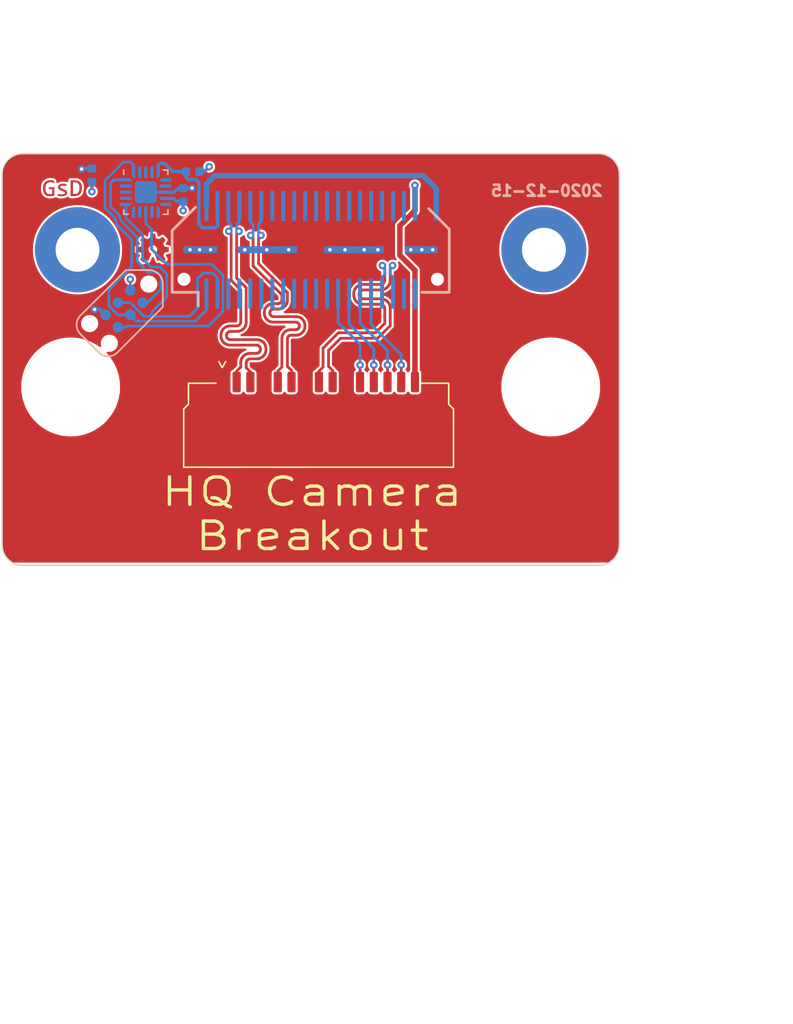
<source format=kicad_pcb>
(kicad_pcb (version 20221018) (generator pcbnew)
  (title_block (title "HQ Camera Breakout") (date "2020-12-15") (rev "r1.0") (comment 1 "SYZYGY Pod"))
  (layers (0 "F.Cu" signal) (1 "In1.Cu" power) (2 "In2.Cu" signal) (31 "B.Cu" signal) (34 "B.Paste" user) (35 "F.Paste" user) (36 "B.SilkS" user "B.Silkscreen") (37 "F.SilkS" user "F.Silkscreen") (38 "B.Mask" user) (39 "F.Mask" user) (44 "Edge.Cuts" user))
  (net 0 "")
  (net 1 "GND")
  (net 2 "+3V3")
  (net 3 "/Peripheral MCU/MISO")
  (net 4 "/Peripheral MCU/~{RESET}")
  (net 5 "/SCL")
  (net 6 "/SDA")
  (net 7 "/RGA")
  (net 8 "no_connect_51")
  (net 9 "/CAM_SCL")
  (net 10 "/CAM_SDA")
  (net 11 "Net-(J1-Pad30)")
  (net 12 "+5V")
  (net 13 "Net-(J1-Pad32)")
  (net 14 "no_connect_52")
  (net 15 "no_connect_53")
  (net 16 "Net-(J1-Pad5)")
  (net 17 "Net-(J1-Pad7)")
  (net 18 "Net-(J1-Pad9)")
  (net 19 "Net-(J1-Pad11)")
  (net 20 "Net-(J1-Pad13)")
  (net 21 "Net-(J1-Pad15)")
  (net 22 "Net-(J1-Pad17)")
  (net 23 "Net-(J1-Pad19)")
  (net 24 "Net-(J1-Pad21)")
  (net 25 "Net-(J1-Pad22)")
  (net 26 "Net-(J1-Pad23)")
  (net 27 "Net-(J1-Pad24)")
  (net 28 "Net-(J1-Pad26)")
  (net 29 "Net-(J1-Pad28)")
  (net 30 "/CSI_D0_N")
  (net 31 "/CSI_D0_P")
  (net 32 "/CSI_D1_N")
  (net 33 "/CSI_D1_P")
  (net 34 "Net-(J1-Pad14)")
  (net 35 "Net-(J1-Pad16)")
  (net 36 "Net-(U2-Pad2)")
  (net 37 "Net-(U2-Pad3)")
  (net 38 "Net-(U2-Pad4)")
  (net 39 "Net-(U2-Pad11)")
  (net 40 "Net-(U2-Pad12)")
  (net 41 "Net-(U2-Pad14)")
  (net 42 "Net-(U2-Pad15)")
  (net 43 "Net-(J1-Pad37)")
  (net 44 "Net-(J1-Pad38)")
  (net 45 "/VCCIO")
  (net 46 "Net-(J1-Pad18)")
  (net 47 "Net-(J1-Pad20)")
  (net 48 "/CSI_CLK_N")
  (net 49 "Net-(J1-Pad34)")
  (net 50 "/CSI_CLK_P")
  (net 51 "Net-(J1-Pad36)")
  (net 52 "/GPIO")
  (net 53 "/ENABLE")
  (net 54 "no_connect_54")
  (net 55 "no_connect_55")
  (net 56 "no_connect_56")
  (footprint "MountingHole:MountingHole_3.2mm_M3_DIN965" (layer "F.Cu") (at 147.5 98.2 90)
    (fp_text reference "H2" hide)
    (fp_text value "MountingHole" hide)
  )
  (footprint "MountingHole:MountingHole_3.2mm_M3_DIN965" (layer "F.Cu") (at 112.5 98.2 90)
    (fp_text reference "H1" hide)
    (fp_text value "MountingHole" hide)
  )
  (footprint "gkl_logos:gsd_logo_small" (layer "F.Cu") (at 111.9 83.8)
    (fp_text reference "G***" hide)
    (fp_text value "LOGO" hide)
  )
  (footprint "gsd-footprints:FCI_SFW15R-1STE1LF_1x15-1MP_P1.00mm_Horizontal" (layer "F.Cu") (at 130.6 98.75)
    (fp_text reference "J7" hide)
    (fp_text value "Conn_01x15_MountingPin" hide)
  )
  (footprint "Connector_PinHeader_1.00mm:PinHeader_1x01_P1.00mm_Vertical" (layer "F.Cu") (at 146.56 142.81)
    (fp_text reference "" hide)
    (fp_text value "" hide)
  )
  (footprint "gkl_logos:oshw_small" (layer "F.Cu") (at 118.5 88.1)
    (fp_text reference "G***" hide)
    (fp_text value "LOGO" hide)
  )
  (footprint "gsd-footprints:SYZYGY-STD-POD" (layer "B.Cu") (at 130 88.2 180)
    (fp_text reference "J1" hide)
    (fp_text value "SYZYGY-STD" hide)
  )
  (footprint "Package_DFN_QFN:QFN-20-1EP_3x3mm_P0.45mm_EP1.6x1.6mm" (layer "B.Cu") (at 117.979 84 -90)
    (fp_text reference "U2" hide)
    (fp_text value "ATtiny44A-MMH" hide)
  )
  (footprint "Resistor_SMD:R_0402_1005Metric" (layer "B.Cu") (at 121.4 82.5 180)
    (fp_text reference "R15" hide)
    (fp_text value "10K" hide)
  )
  (footprint "Capacitor_SMD:C_0402_1005Metric" (layer "B.Cu") (at 120.7 84.2 90)
    (fp_text reference "C9" hide)
    (fp_text value "0.1uF" hide)
  )
  (footprint "Capacitor_SMD:C_0402_1005Metric" (layer "B.Cu") (at 114.05 82.765 90)
    (fp_text reference "C10" hide)
    (fp_text value "1uF" hide)
  )
  (footprint "pkl_tag_connect:TC2030-NL_SMALL" (layer "B.Cu") (at 116.4 92.5 -135)
    (fp_text reference "J3" hide)
    (fp_text value "TagConnect" hide)
  )
  (gr_line (start 151 111.2) (end 109 111.2) (stroke (width 0.1)) (layer "Edge.Cuts"))
  (gr_line (start 109 81.2) (end 151 81.2) (stroke (width 0.1)) (layer "Edge.Cuts"))
  (gr_line (start 107.5 109.7) (end 107.5 82.7) (stroke (width 0.1)) (layer "Edge.Cuts"))
  (gr_arc (start 107.5 82.7) (mid 107.93934 81.63934) (end 109 81.2) (stroke (width 0.1)) (layer "Edge.Cuts"))
  (gr_arc (start 109 111.2) (mid 107.93934 110.76066) (end 107.5 109.7) (stroke (width 0.1)) (layer "Edge.Cuts"))
  (gr_line (start 152.5 82.7) (end 152.5 109.7) (stroke (width 0.1)) (layer "Edge.Cuts"))
  (gr_arc (start 151 81.2) (mid 152.06066 81.63934) (end 152.5 82.7) (stroke (width 0.1)) (layer "Edge.Cuts"))
  (gr_arc (start 152.5 109.7) (mid 152.06066 110.76066) (end 151 111.2) (stroke (width 0.1)) (layer "Edge.Cuts"))
  (gr_text "2020-12-15\n" (at 147.2 83.9) (layer "B.SilkS") (effects (font (size 0.8 0.8) (thickness 0.2)) (justify mirror)))
  (gr_text "HQ Camera\nBreakout" (at 130.1 107.45) (layer "F.SilkS") (effects (font (size 2 2.6) (thickness 0.25))))
  (via (at 125.2 88.2) (size 0.55) (drill 0.25) (layers "F.Cu" "B.Cu") (net 1))
  (via (at 137.3 88.2) (size 0.55) (drill 0.25) (layers "F.Cu" "B.Cu") (net 1))
  (via (at 128.4 88.2) (size 0.55) (drill 0.25) (layers "F.Cu" "B.Cu") (net 1))
  (via (at 131.4 88.2) (size 0.55) (drill 0.25) (layers "F.Cu" "B.Cu") (net 1))
  (via (at 132.5 88.2) (size 0.55) (drill 0.25) (layers "F.Cu" "B.Cu") (net 1))
  (via (at 138.9 88.2) (size 0.55) (drill 0.25) (layers "F.Cu" "B.Cu") (net 1))
  (via (at 113.3 82.315) (size 0.55) (drill 0.25) (layers "F.Cu" "B.Cu") (net 1))
  (via (at 126.8 88.2) (size 0.55) (drill 0.25) (layers "F.Cu" "B.Cu") (net 1))
  (via (at 121.2 88.2) (size 0.55) (drill 0.25) (layers "F.Cu" "B.Cu") (net 1))
  (via (at 133.9 88.2) (size 0.55) (drill 0.25) (layers "F.Cu" "B.Cu") (net 1))
  (via (at 121.35 83.7) (size 0.55) (drill 0.25) (layers "F.Cu" "B.Cu") (net 1))
  (via (at 114.25 92.55) (size 0.55) (drill 0.25) (layers "F.Cu" "B.Cu") (net 1))
  (via (at 122.7 88.2) (size 0.55) (drill 0.25) (layers "F.Cu" "B.Cu") (net 1))
  (via (at 138.1 88.2) (size 0.55) (drill 0.25) (layers "F.Cu" "B.Cu") (net 1))
  (via (at 134.9 88.2) (size 0.55) (drill 0.25) (layers "F.Cu" "B.Cu") (net 1))
  (via (at 121.9 88.2) (size 0.55) (drill 0.25) (layers "F.Cu" "B.Cu") (net 1))
  (segment (start 113.335 82.28) (end 113.3 82.315) (width 0.25) (layer "B.Cu") (net 1))
  (segment (start 119.429 84) (end 120.05 84) (width 0.25) (layer "B.Cu") (net 1))
  (segment (start 115.052962 92.949013) (end 114.653949 92.55) (width 0.25) (layer "B.Cu") (net 1))
  (segment (start 121.335 83.715) (end 121.35 83.7) (width 0.25) (layer "B.Cu") (net 1))
  (segment (start 120.7 83.715) (end 121.335 83.715) (width 0.25) (layer "B.Cu") (net 1))
  (segment (start 119.429 84) (end 117.979 84) (width 0.25) (layer "B.Cu") (net 1))
  (segment (start 114.653949 92.55) (end 114.25 92.55) (width 0.25) (layer "B.Cu") (net 1))
  (segment (start 120.05 84) (end 120.335 83.715) (width 0.25) (layer "B.Cu") (net 1))
  (segment (start 120.335 83.715) (end 120.7 83.715) (width 0.25) (layer "B.Cu") (net 1))
  (segment (start 114.05 82.28) (end 113.335 82.28) (width 0.25) (layer "B.Cu") (net 1))
  (segment (start 137.6 85.35) (end 137.6 83.5) (width 0.4) (layer "F.Cu") (net 2))
  (segment (start 137.6 97.84) (end 137.6 89.7) (width 0.4) (layer "F.Cu") (net 2))
  (segment (start 136.5 88.6) (end 136.5 86.45) (width 0.4) (layer "F.Cu") (net 2))
  (segment (start 137.6 89.7) (end 136.5 88.6) (width 0.4) (layer "F.Cu") (net 2))
  (segment (start 136.5 86.45) (end 137.6 85.35) (width 0.4) (layer "F.Cu") (net 2))
  (via (at 116.85 90.35) (size 0.55) (drill 0.25) (layers "F.Cu" "B.Cu") (net 2))
  (via (at 137.6 83.5) (size 0.55) (drill 0.25) (layers "F.Cu" "B.Cu") (net 2))
  (via (at 114.05 83.965) (size 0.55) (drill 0.25) (layers "F.Cu" "B.Cu") (net 2))
  (via (at 120.7 85.35) (size 0.55) (drill 0.25) (layers "F.Cu" "B.Cu") (net 2))
  (via (at 122.6 82.15) (size 0.55) (drill 0.25) (layers "F.Cu" "B.Cu") (net 2))
  (segment (start 137.6 85) (end 137.6 83.5) (width 0.4) (layer "B.Cu") (net 2))
  (segment (start 116.849013 91.152962) (end 116.849013 90.350987) (width 0.2) (layer "B.Cu") (net 2))
  (segment (start 121.885 82.5) (end 122.25 82.5) (width 0.25) (layer "B.Cu") (net 2))
  (segment (start 119.429 84.45) (end 120 84.45) (width 0.25) (layer "B.Cu") (net 2))
  (segment (start 116.849013 90.350987) (end 116.85 90.35) (width 0.2) (layer "B.Cu") (net 2))
  (segment (start 120.7 84.685) (end 120.7 85.35) (width 0.25) (layer "B.Cu") (net 2))
  (segment (start 122.25 82.5) (end 122.6 82.15) (width 0.25) (layer "B.Cu") (net 2))
  (segment (start 120.2 84.65) (end 120.665 84.65) (width 0.25) (layer "B.Cu") (net 2))
  (segment (start 120 84.45) (end 120.2 84.65) (width 0.25) (layer "B.Cu") (net 2))
  (segment (start 114.05 83.25) (end 114.05 83.965) (width 0.25) (layer "B.Cu") (net 2))
  (segment (start 118.15 89.85) (end 118.8 89.85) (width 0.2) (layer "B.Cu") (net 3))
  (segment (start 118.099013 92.050987) (end 117.747038 92.050987) (width 0.2) (layer "B.Cu") (net 3))
  (segment (start 116.1875 86.1125) (end 117.35 87.275) (width 0.2) (layer "B.Cu") (net 3))
  (segment (start 116.529 83.1) (end 115.65 83.1) (width 0.2) (layer "B.Cu") (net 3))
  (segment (start 117.35 87.275) (end 117.35 89.05) (width 0.2) (layer "B.Cu") (net 3))
  (segment (start 117.35 89.05) (end 118.15 89.85) (width 0.2) (layer "B.Cu") (net 3))
  (segment (start 116 85.65) (end 116.1875 86.1125) (width 0.2) (layer "B.Cu") (net 3))
  (segment (start 115.4 83.35) (end 115.4 85.05) (width 0.2) (layer "B.Cu") (net 3))
  (segment (start 115.65 83.1) (end 115.4 83.35) (width 0.2) (layer "B.Cu") (net 3))
  (segment (start 119.1 90.15) (end 119.1 91.05) (width 0.2) (layer "B.Cu") (net 3))
  (segment (start 119.1 91.05) (end 118.099013 92.050987) (width 0.2) (layer "B.Cu") (net 3))
  (segment (start 115.4 85.05) (end 116 85.65) (width 0.2) (layer "B.Cu") (net 3))
  (segment (start 118.8 89.85) (end 119.1 90.15) (width 0.2) (layer "B.Cu") (net 3))
  (segment (start 121.55 89.25) (end 122.8 89.25) (width 0.2) (layer "B.Cu") (net 4))
  (segment (start 122.55 93.75) (end 116.6 93.75) (width 0.2) (layer "B.Cu") (net 4))
  (segment (start 123.6 90.05) (end 123.6 92.7) (width 0.2) (layer "B.Cu") (net 4))
  (segment (start 122.8 89.25) (end 123.6 90.05) (width 0.2) (layer "B.Cu") (net 4))
  (segment (start 123.6 92.7) (end 122.55 93.75) (width 0.2) (layer "B.Cu") (net 4))
  (segment (start 116.6 93.75) (end 116.5 93.85) (width 0.2) (layer "B.Cu") (net 4))
  (segment (start 121.45 89.25) (end 119.5 89.25) (width 0.2) (layer "B.Cu") (net 4))
  (segment (start 117.979 86.279) (end 117.979 86.179) (width 0.2) (layer "B.Cu") (net 4))
  (segment (start 119.5 89.25) (end 118.4 88.15) (width 0.2) (layer "B.Cu") (net 4))
  (segment (start 118.4 88.15) (end 118.4 86.7) (width 0.2) (layer "B.Cu") (net 4))
  (segment (start 121.55 89.25) (end 121.45 89.25) (width 0.2) (layer "B.Cu") (net 4))
  (segment (start 117.979 85.45) (end 117.979 86.179) (width 0.2) (layer "B.Cu") (net 4))
  (segment (start 116.497038 93.847038) (end 115.950987 93.847038) (width 0.2) (layer "B.Cu") (net 4))
  (segment (start 116.5 93.85) (end 116.497038 93.847038) (width 0.2) (layer "B.Cu") (net 4))
  (segment (start 118.4 86.7) (end 117.979 86.279) (width 0.2) (layer "B.Cu") (net 4))
  (segment (start 121.6 93.4) (end 117.3 93.4) (width 0.2) (layer "B.Cu") (net 5))
  (segment (start 115.949013 92.949013) (end 115.3 92.3) (width 0.2) (layer "B.Cu") (net 5))
  (segment (start 116.85 81.8) (end 117.079 82.029) (width 0.2) (layer "B.Cu") (net 5))
  (segment (start 117.3 93.4) (end 116.849013 92.949013) (width 0.2) (layer "B.Cu") (net 5))
  (segment (start 116.35 81.8) (end 116.85 81.8) (width 0.2) (layer "B.Cu") (net 5))
  (segment (start 117.079 82.029) (end 117.079 82.55) (width 0.2) (layer "B.Cu") (net 5))
  (segment (start 115 85.15) (end 115 83.15) (width 0.2) (layer "B.Cu") (net 5))
  (segment (start 115.3 91.1) (end 116.95 89.45) (width 0.2) (layer "B.Cu") (net 5))
  (segment (start 115 83.15) (end 116.35 81.8) (width 0.2) (layer "B.Cu") (net 5))
  (segment (start 122.4 91.4) (end 122.4 92.6) (width 0.2) (layer "B.Cu") (net 5))
  (segment (start 116.849013 92.949013) (end 115.949013 92.949013) (width 0.2) (layer "B.Cu") (net 5))
  (segment (start 116.95 87.45) (end 115.9 86.4) (width 0.2) (layer "B.Cu") (net 5))
  (segment (start 115.9 86.4) (end 115.7 85.85) (width 0.2) (layer "B.Cu") (net 5))
  (segment (start 115.7 85.85) (end 115 85.15) (width 0.2) (layer "B.Cu") (net 5))
  (segment (start 115.3 92.3) (end 115.3 91.1) (width 0.2) (layer "B.Cu") (net 5))
  (segment (start 122.4 92.6) (end 121.6 93.4) (width 0.2) (layer "B.Cu") (net 5))
  (segment (start 116.95 89.45) (end 116.95 87.45) (width 0.2) (layer "B.Cu") (net 5))
  (segment (start 116.529 85.879) (end 117.75 87.1) (width 0.2) (layer "B.Cu") (net 6))
  (segment (start 119.5 91.65) (end 118.4 92.75) (width 0.2) (layer "B.Cu") (net 6))
  (segment (start 118.4 93.05) (end 121.15 93.05) (width 0.2) (layer "B.Cu") (net 6))
  (segment (start 117.85 93.05) (end 118.4 93.05) (width 0.2) (layer "B.Cu") (net 6))
  (segment (start 116.529 84.9) (end 116.529 85.879) (width 0.2) (layer "B.Cu") (net 6))
  (segment (start 117.75 88.85) (end 118.35 89.45) (width 0.2) (layer "B.Cu") (net 6))
  (segment (start 123.2 90.25) (end 123.2 91.4) (width 0.2) (layer "B.Cu") (net 6))
  (segment (start 121.15 93.05) (end 121.75 92.45) (width 0.2) (layer "B.Cu") (net 6))
  (segment (start 116.850987 92.050987) (end 117.85 93.05) (width 0.2) (layer "B.Cu") (net 6))
  (segment (start 119 89.45) (end 119.5 89.95) (width 0.2) (layer "B.Cu") (net 6))
  (segment (start 118.4 92.75) (end 118.4 93.05) (width 0.2) (layer "B.Cu") (net 6))
  (segment (start 115.950987 92.050987) (end 116.850987 92.050987) (width 0.2) (layer "B.Cu") (net 6))
  (segment (start 121.75 90.3) (end 122.15 89.9) (width 0.2) (layer "B.Cu") (net 6))
  (segment (start 122.15 89.9) (end 122.85 89.9) (width 0.2) (layer "B.Cu") (net 6))
  (segment (start 121.75 92.45) (end 121.75 90.3) (width 0.2) (layer "B.Cu") (net 6))
  (segment (start 122.85 89.9) (end 123.2 90.25) (width 0.2) (layer "B.Cu") (net 6))
  (segment (start 118.35 89.45) (end 119 89.45) (width 0.2) (layer "B.Cu") (net 6))
  (segment (start 117.75 87.1) (end 117.75 88.85) (width 0.2) (layer "B.Cu") (net 6))
  (segment (start 119.5 89.95) (end 119.5 91.65) (width 0.2) (layer "B.Cu") (net 6))
  (segment (start 118.879 82.071) (end 119.05 81.9) (width 0.25) (layer "B.Cu") (net 7))
  (segment (start 118.879 82.55) (end 118.879 82.071) (width 0.25) (layer "B.Cu") (net 7))
  (segment (start 121.85 86.35) (end 121.85 83.3) (width 0.25) (layer "B.Cu") (net 7))
  (segment (start 121.1 83.1) (end 120.915 82.915) (width 0.25) (layer "B.Cu") (net 7))
  (segment (start 123.05 86.6) (end 122.1 86.6) (width 0.25) (layer "B.Cu") (net 7))
  (segment (start 123.2 86.45) (end 123.05 86.6) (width 0.25) (layer "B.Cu") (net 7))
  (segment (start 119.95 82.5) (end 120.915 82.5) (width 0.25) (layer "B.Cu") (net 7))
  (segment (start 121.65 83.1) (end 121.1 83.1) (width 0.25) (layer "B.Cu") (net 7))
  (segment (start 123.2 85) (end 123.2 86.45) (width 0.25) (layer "B.Cu") (net 7))
  (segment (start 119.35 81.9) (end 119.95 82.5) (width 0.25) (layer "B.Cu") (net 7))
  (segment (start 122.1 86.6) (end 121.85 86.35) (width 0.25) (layer "B.Cu") (net 7))
  (segment (start 120.915 82.915) (end 120.915 82.5) (width 0.25) (layer "B.Cu") (net 7))
  (segment (start 119.05 81.9) (end 119.35 81.9) (width 0.25) (layer "B.Cu") (net 7))
  (segment (start 121.85 83.3) (end 121.65 83.1) (width 0.25) (layer "B.Cu") (net 7))
  (segment (start 135.6 97.84) (end 135.6 96.6) (width 0.2) (layer "F.Cu") (net 9))
  (via (at 135.6 96.6) (size 0.55) (drill 0.25) (layers "F.Cu" "B.Cu") (net 9))
  (segment (start 135.6 96.6) (end 135.6 95.55) (width 0.2) (layer "B.Cu") (net 9))
  (segment (start 133.6 93.55) (end 133.6 91.4) (width 0.2) (layer "B.Cu") (net 9))
  (segment (start 135.6 95.55) (end 133.6 93.55) (width 0.2) (layer "B.Cu") (net 9))
  (segment (start 136.6 96.6) (end 136.6 97.84) (width 0.2) (layer "F.Cu") (net 10))
  (via (at 136.6 96.6) (size 0.55) (drill 0.25) (layers "F.Cu" "B.Cu") (net 10))
  (segment (start 134.4 91.4) (end 134.4 93.65) (width 0.2) (layer "B.Cu") (net 10))
  (segment (start 136.6 95.85) (end 136.6 96.6) (width 0.2) (layer "B.Cu") (net 10))
  (segment (start 134.4 93.65) (end 136.6 95.85) (width 0.2) (layer "B.Cu") (net 10))
  (segment (start 123 82.8) (end 122.4 83.4) (width 0.4) (layer "B.Cu") (net 12))
  (segment (start 122.4 83.4) (end 122.4 85) (width 0.4) (layer "B.Cu") (net 12))
  (segment (start 139.15 85.9) (end 139.15 83.75) (width 0.4) (layer "B.Cu") (net 12))
  (segment (start 139.15 83.75) (end 138.2 82.8) (width 0.4) (layer "B.Cu") (net 12))
  (segment (start 138.2 82.8) (end 123 82.8) (width 0.4) (layer "B.Cu") (net 12))
  (segment (start 124 91.4) (end 124 92.5) (width 0.2) (layer "B.Cu") (net 16))
  (segment (start 127.2 92.3) (end 127.4 92.5) (width 0.2) (layer "B.Cu") (net 20))
  (segment (start 128 92.3) (end 127.8 92.5) (width 0.2) (layer "B.Cu") (net 21))
  (segment (start 123.475785 94.262787) (end 123.524565 94.123382) (width 0.2) (layer "F.Cu") (net 30))
  (segment (start 125.043893 95.998327) (end 125.148327 95.893893) (width 0.2) (layer "F.Cu") (net 30))
  (segment (start 123.603142 94.901672) (end 123.524565 94.776617) (width 0.2) (layer "F.Cu") (net 30))
  (segment (start 124.9 96.75) (end 124.9 96.409551) (width 0.2) (layer "F.Cu") (net 30))
  (segment (start 126.170917 95.179709) (end 126.107508 95.157521) (width 0.2) (layer "F.Cu") (net 30))
  (segment (start 124.2 90.432844) (end 124.2 87.025) (width 0.2) (layer "F.Cu") (net 30))
  (segment (start 126.107508 95.157521) (end 126.040752 95.15) (width 0.2) (layer "F.Cu") (net 30))
  (segment (start 126.275301 95.637046) (end 126.311042 95.580165) (width 0.2) (layer "F.Cu") (net 30))
  (segment (start 125.559551 95.75) (end 126.040752 95.75) (width 0.2) (layer "F.Cu") (net 30))
  (segment (start 125.273382 95.815316) (end 125.412787 95.766536) (width 0.2) (layer "F.Cu") (net 30))
  (segment (start 124.787047 93.684549) (end 124.83455 93.637046) (width 0.2) (layer "F.Cu") (net 30))
  (segment (start 126.311042 95.319834) (end 126.275301 95.262953) (width 0.2) (layer "F.Cu") (net 30))
  (segment (start 123.972036 95.133463) (end 123.832631 95.084683) (width 0.2) (layer "F.Cu") (net 30))
  (segment (start 126.311042 95.580165) (end 126.33323 95.516756) (width 0.2) (layer "F.Cu") (net 30))
  (segment (start 124.916536 96.262787) (end 124.965316 96.123382) (width 0.2) (layer "F.Cu") (net 30))
  (segment (start 124.1188 93.75) (end 124.6 93.75) (width 0.2) (layer "F.Cu") (net 30))
  (segment (start 123.832631 95.084683) (end 123.707576 95.006106) (width 0.2) (layer "F.Cu") (net 30))
  (segment (start 124.730166 93.72029) (end 124.787047 93.684549) (width 0.2) (layer "F.Cu") (net 30))
  (segment (start 123.524565 94.776617) (end 123.475785 94.637212) (width 0.2) (layer "F.Cu") (net 30))
  (segment (start 124.870291 93.580165) (end 124.892479 93.516756) (width 0.2) (layer "F.Cu") (net 30))
  (segment (start 124.666757 93.742478) (end 124.730166 93.72029) (width 0.2) (layer "F.Cu") (net 30))
  (segment (start 126.275301 95.262953) (end 126.227798 95.21545) (width 0.2) (layer "F.Cu") (net 30))
  (segment (start 123.832631 93.815316) (end 123.972036 93.766536) (width 0.2) (layer "F.Cu") (net 30))
  (segment (start 123.475785 94.637212) (end 123.459248 94.490448) (width 0.2) (layer "F.Cu") (net 30))
  (segment (start 123.707576 95.006106) (end 123.603142 94.901672) (width 0.2) (layer "F.Cu") (net 30))
  (segment (start 126.170917 95.72029) (end 126.227798 95.684549) (width 0.2) (layer "F.Cu") (net 30))
  (segment (start 126.040752 95.75) (end 126.107508 95.742478) (width 0.2) (layer "F.Cu") (net 30))
  (segment (start 124.6 97.84) (end 124.6 97.05) (width 0.2) (layer "F.Cu") (net 30))
  (segment (start 126.227798 95.21545) (end 126.170917 95.179709) (width 0.2) (layer "F.Cu") (net 30))
  (segment (start 124.1188 95.15) (end 123.972036 95.133463) (width 0.2) (layer "F.Cu") (net 30))
  (segment (start 126.33323 95.516756) (end 126.340752 95.45) (width 0.2) (layer "F.Cu") (net 30))
  (segment (start 126.340752 95.45) (end 126.33323 95.383243) (width 0.2) (layer "F.Cu") (net 30))
  (segment (start 124.965316 96.123382) (end 125.043893 95.998327) (width 0.2) (layer "F.Cu") (net 30))
  (segment (start 126.107508 95.742478) (end 126.170917 95.72029) (width 0.2) (layer "F.Cu") (net 30))
  (segment (start 124.9 91.132844) (end 124.2 90.432844) (width 0.2) (layer "F.Cu") (net 30))
  (segment (start 124.9 96.409551) (end 124.916536 96.262787) (width 0.2) (layer "F.Cu") (net 30))
  (segment (start 124.6 97.05) (end 124.9 96.75) (width 0.2) (layer "F.Cu") (net 30))
  (segment (start 126.33323 95.383243) (end 126.311042 95.319834) (width 0.2) (layer "F.Cu") (net 30))
  (segment (start 123.707576 93.893893) (end 123.832631 93.815316) (width 0.2) (layer "F.Cu") (net 30))
  (segment (start 124.2 87.025) (end 124.025 86.85) (width 0.2) (layer "F.Cu") (net 30))
  (segment (start 123.459248 94.409551) (end 123.475785 94.262787) (width 0.2) (layer "F.Cu") (net 30))
  (segment (start 124.892479 93.516756) (end 124.9 93.45) (width 0.2) (layer "F.Cu") (net 30))
  (segment (start 123.459248 94.490448) (end 123.459248 94.409551) (width 0.2) (layer "F.Cu") (net 30))
  (segment (start 123.972036 93.766536) (end 124.1188 93.75) (width 0.2) (layer "F.Cu") (net 30))
  (segment (start 125.412787 95.766536) (end 125.559551 95.75) (width 0.2) (layer "F.Cu") (net 30))
  (segment (start 126.040752 95.15) (end 124.1188 95.15) (width 0.2) (layer "F.Cu") (net 30))
  (segment (start 124.6 93.75) (end 124.666757 93.742478) (width 0.2) (layer "F.Cu") (net 30))
  (segment (start 125.148327 95.893893) (end 125.273382 95.815316) (width 0.2) (layer "F.Cu") (net 30))
  (segment (start 123.603142 93.998327) (end 123.707576 93.893893) (width 0.2) (layer "F.Cu") (net 30))
  (segment (start 124.83455 93.637046) (end 124.870291 93.580165) (width 0.2) (layer "F.Cu") (net 30))
  (segment (start 126.227798 95.684549) (end 126.275301 95.637046) (width 0.2) (layer "F.Cu") (net 30))
  (segment (start 124.9 93.45) (end 124.9 91.132844) (width 0.2) (layer "F.Cu") (net 30))
  (segment (start 123.524565 94.123382) (end 123.603142 93.998327) (width 0.2) (layer "F.Cu") (net 30))
  (via (at 124.025 86.85) (size 0.55) (drill 0.25) (layers "F.Cu" "B.Cu") (net 30))
  (segment (start 124 86.15) (end 124 85) (width 0.2) (layer "B.Cu") (net 30))
  (segment (start 124.2 86.35) (end 124 86.15) (width 0.2) (layer "B.Cu") (net 30))
  (segment (start 124.025 86.85) (end 124.2 86.675) (width 0.2) (layer "B.Cu") (net 30))
  (segment (start 124.2 86.675) (end 124.2 86.35) (width 0.2) (layer "B.Cu") (net 30))
  (segment (start 125.283464 93.637212) (end 125.3 93.490448) (width 0.2) (layer "F.Cu") (net 31))
  (segment (start 126.596858 95.901672) (end 126.675435 95.776617) (width 0.2) (layer "F.Cu") (net 31))
  (segment (start 124.787213 94.133463) (end 124.926618 94.084683) (width 0.2) (layer "F.Cu") (net 31))
  (segment (start 124.926618 94.084683) (end 125.051673 94.006106) (width 0.2) (layer "F.Cu") (net 31))
  (segment (start 126.227964 96.133463) (end 126.367369 96.084683) (width 0.2) (layer "F.Cu") (net 31))
  (segment (start 123.859248 94.45) (end 123.86677 94.383243) (width 0.2) (layer "F.Cu") (net 31))
  (segment (start 126.0812 94.75) (end 124.159248 94.75) (width 0.2) (layer "F.Cu") (net 31))
  (segment (start 126.0812 96.15) (end 126.227964 96.133463) (width 0.2) (layer "F.Cu") (net 31))
  (segment (start 126.740752 95.409551) (end 126.724215 95.262787) (width 0.2) (layer "F.Cu") (net 31))
  (segment (start 125.329709 96.319834) (end 125.36545 96.262953) (width 0.2) (layer "F.Cu") (net 31))
  (segment (start 124.029083 94.179709) (end 124.092492 94.157521) (width 0.2) (layer "F.Cu") (net 31))
  (segment (start 123.924699 94.637046) (end 123.888958 94.580165) (width 0.2) (layer "F.Cu") (net 31))
  (segment (start 125.3 96.8) (end 125.3 96.45) (width 0.2) (layer "F.Cu") (net 31))
  (segment (start 124.640449 94.15) (end 124.787213 94.133463) (width 0.2) (layer "F.Cu") (net 31))
  (segment (start 126.724215 95.637212) (end 126.740752 95.490448) (width 0.2) (layer "F.Cu") (net 31))
  (segment (start 126.596858 94.998327) (end 126.492424 94.893893) (width 0.2) (layer "F.Cu") (net 31))
  (segment (start 126.367369 96.084683) (end 126.492424 96.006106) (width 0.2) (layer "F.Cu") (net 31))
  (segment (start 126.675435 95.123382) (end 126.596858 94.998327) (width 0.2) (layer "F.Cu") (net 31))
  (segment (start 125.051673 94.006106) (end 125.156107 93.901672) (width 0.2) (layer "F.Cu") (net 31))
  (segment (start 125.469834 96.179709) (end 125.533243 96.157521) (width 0.2) (layer "F.Cu") (net 31))
  (segment (start 126.675435 95.776617) (end 126.724215 95.637212) (width 0.2) (layer "F.Cu") (net 31))
  (segment (start 123.86677 94.516756) (end 123.859248 94.45) (width 0.2) (layer "F.Cu") (net 31))
  (segment (start 123.924699 94.262953) (end 123.972202 94.21545) (width 0.2) (layer "F.Cu") (net 31))
  (segment (start 126.724215 95.262787) (end 126.675435 95.123382) (width 0.2) (layer "F.Cu") (net 31))
  (segment (start 125.6 96.15) (end 126.0812 96.15) (width 0.2) (layer "F.Cu") (net 31))
  (segment (start 123.888958 94.580165) (end 123.86677 94.516756) (width 0.2) (layer "F.Cu") (net 31))
  (segment (start 125.412953 96.21545) (end 125.469834 96.179709) (width 0.2) (layer "F.Cu") (net 31))
  (segment (start 125.36545 96.262953) (end 125.412953 96.21545) (width 0.2) (layer "F.Cu") (net 31))
  (segment (start 125.6 97.1) (end 125.3 96.8) (width 0.2) (layer "F.Cu") (net 31))
  (segment (start 126.492424 96.006106) (end 126.596858 95.901672) (width 0.2) (layer "F.Cu") (net 31))
  (segment (start 124.029083 94.72029) (end 123.972202 94.684549) (width 0.2) (layer "F.Cu") (net 31))
  (segment (start 124.092492 94.157521) (end 124.159248 94.15) (width 0.2) (layer "F.Cu") (net 31))
  (segment (start 125.3 93.490448) (end 125.3 90.967156) (width 0.2) (layer "F.Cu") (net 31))
  (segment (start 126.227964 94.766536) (end 126.0812 94.75) (width 0.2) (layer "F.Cu") (net 31))
  (segment (start 123.972202 94.684549) (end 123.924699 94.637046) (width 0.2) (layer "F.Cu") (net 31))
  (segment (start 126.492424 94.893893) (end 126.367369 94.815316) (width 0.2) (layer "F.Cu") (net 31))
  (segment (start 124.6 90.267156) (end 124.6 87.025) (width 0.2) (layer "F.Cu") (net 31))
  (segment (start 123.972202 94.21545) (end 124.029083 94.179709) (width 0.2) (layer "F.Cu") (net 31))
  (segment (start 126.740752 95.490448) (end 126.740752 95.409551) (width 0.2) (layer "F.Cu") (net 31))
  (segment (start 125.307521 96.383243) (end 125.329709 96.319834) (width 0.2) (layer "F.Cu") (net 31))
  (segment (start 126.367369 94.815316) (end 126.227964 94.766536) (width 0.2) (layer "F.Cu") (net 31))
  (segment (start 124.159248 94.75) (end 124.092492 94.742478) (width 0.2) (layer "F.Cu") (net 31))
  (segment (start 124.159248 94.15) (end 124.640449 94.15) (width 0.2) (layer "F.Cu") (net 31))
  (segment (start 124.092492 94.742478) (end 124.029083 94.72029) (width 0.2) (layer "F.Cu") (net 31))
  (segment (start 125.234684 93.776617) (end 125.283464 93.637212) (width 0.2) (layer "F.Cu") (net 31))
  (segment (start 125.533243 96.157521) (end 125.6 96.15) (width 0.2) (layer "F.Cu") (net 31))
  (segment (start 125.3 96.45) (end 125.307521 96.383243) (width 0.2) (layer "F.Cu") (net 31))
  (segment (start 125.6 97.84) (end 125.6 97.1) (width 0.2) (layer "F.Cu") (net 31))
  (segment (start 123.86677 94.383243) (end 123.888958 94.319834) (width 0.2) (layer "F.Cu") (net 31))
  (segment (start 125.156107 93.901672) (end 125.234684 93.776617) (width 0.2) (layer "F.Cu") (net 31))
  (segment (start 125.3 90.967156) (end 124.6 90.267156) (width 0.2) (layer "F.Cu") (net 31))
  (segment (start 124.6 87.025) (end 124.775 86.85) (width 0.2) (layer "F.Cu") (net 31))
  (segment (start 123.888958 94.319834) (end 123.924699 94.262953) (width 0.2) (layer "F.Cu") (net 31))
  (via (at 124.775 86.85) (size 0.55) (drill 0.25) (layers "F.Cu" "B.Cu") (net 31))
  (segment (start 124.8 86.15) (end 124.8 85) (width 0.2) (layer "B.Cu") (net 31))
  (segment (start 124.6 86.675) (end 124.6 86.35) (width 0.2) (layer "B.Cu") (net 31))
  (segment (start 124.775 86.85) (end 124.6 86.675) (width 0.2) (layer "B.Cu") (net 31))
  (segment (start 124.6 86.35) (end 124.8 86.15) (width 0.2) (layer "B.Cu") (net 31))
  (segment (start 127.114449 93.459054) (end 127.255972 93.475) (width 0.2) (layer "F.Cu") (net 32))
  (segment (start 129.024343 93.502233) (end 129.076484 93.534996) (width 0.2) (layer "F.Cu") (net 32))
  (segment (start 127.962984 94.385047) (end 127.915946 94.519473) (width 0.2) (layer "F.Cu") (net 32))
  (segment (start 127.744318 92.097766) (end 127.686193 92.118105) (width 0.2) (layer "F.Cu") (net 32))
  (segment (start 125.625 87.15) (end 125.8 87.325) (width 0.2) (layer "F.Cu") (net 32))
  (segment (start 127.915946 94.519473) (end 127.9 94.660996) (width 0.2) (layer "F.Cu") (net 32))
  (segment (start 127.872766 91.969318) (end 127.840003 92.021459) (width 0.2) (layer "F.Cu") (net 32))
  (segment (start 128.13946 94.163754) (end 128.038755 94.264459) (width 0.2) (layer "F.Cu") (net 32))
  (segment (start 126.635921 92.619473) (end 126.619976 92.760996) (width 0.2) (layer "F.Cu") (net 32))
  (segment (start 127.796459 92.065003) (end 127.744318 92.097766) (width 0.2) (layer "F.Cu") (net 32))
  (segment (start 127.9 91.85) (end 127.893105 91.911193) (width 0.2) (layer "F.Cu") (net 32))
  (segment (start 126.859435 92.263754) (end 126.75873 92.364459) (width 0.2) (layer "F.Cu") (net 32))
  (segment (start 129.180024 93.75) (end 129.17313 93.811193) (width 0.2) (layer "F.Cu") (net 32))
  (segment (start 129.120028 93.57854) (end 129.152791 93.630681) (width 0.2) (layer "F.Cu") (net 32))
  (segment (start 129.17313 93.811193) (end 129.152791 93.869318) (width 0.2) (layer "F.Cu") (net 32))
  (segment (start 127.6 97.05) (end 127.6 97.84) (width 0.2) (layer "F.Cu") (net 32))
  (segment (start 127.9 91.482844) (end 127.9 91.85) (width 0.2) (layer "F.Cu") (net 32))
  (segment (start 126.682959 92.485047) (end 126.635921 92.619473) (width 0.2) (layer "F.Cu") (net 32))
  (segment (start 126.75873 93.23554) (end 126.859435 93.336245) (width 0.2) (layer "F.Cu") (net 32))
  (segment (start 126.75873 92.364459) (end 126.682959 92.485047) (width 0.2) (layer "F.Cu") (net 32))
  (segment (start 129.152791 93.630681) (end 129.17313 93.688806) (width 0.2) (layer "F.Cu") (net 32))
  (segment (start 127.9 94.660996) (end 127.9 96.75) (width 0.2) (layer "F.Cu") (net 32))
  (segment (start 128.535997 94.025) (end 128.394474 94.040945) (width 0.2) (layer "F.Cu") (net 32))
  (segment (start 127.686193 92.118105) (end 127.625 92.125) (width 0.2) (layer "F.Cu") (net 32))
  (segment (start 128.260048 94.087983) (end 128.13946 94.163754) (width 0.2) (layer "F.Cu") (net 32))
  (segment (start 127.893105 91.911193) (end 127.872766 91.969318) (width 0.2) (layer "F.Cu") (net 32))
  (segment (start 129.152791 93.869318) (end 129.120028 93.921459) (width 0.2) (layer "F.Cu") (net 32))
  (segment (start 125.8 87.325) (end 125.8 89.382844) (width 0.2) (layer "F.Cu") (net 32))
  (segment (start 129.076484 93.965003) (end 129.024343 93.997766) (width 0.2) (layer "F.Cu") (net 32))
  (segment (start 129.024343 93.997766) (end 128.966218 94.018105) (width 0.2) (layer "F.Cu") (net 32))
  (segment (start 127.625 92.125) (end 127.255972 92.125) (width 0.2) (layer "F.Cu") (net 32))
  (segment (start 129.120028 93.921459) (end 129.076484 93.965003) (width 0.2) (layer "F.Cu") (net 32))
  (segment (start 126.619976 92.760996) (end 126.619976 92.839003) (width 0.2) (layer "F.Cu") (net 32))
  (segment (start 128.966218 93.481894) (end 129.024343 93.502233) (width 0.2) (layer "F.Cu") (net 32))
  (segment (start 129.17313 93.688806) (end 129.180024 93.75) (width 0.2) (layer "F.Cu") (net 32))
  (segment (start 126.980023 92.187983) (end 126.859435 92.263754) (width 0.2) (layer "F.Cu") (net 32))
  (segment (start 127.9 96.75) (end 127.6 97.05) (width 0.2) (layer "F.Cu") (net 32))
  (segment (start 128.905024 93.475) (end 128.966218 93.481894) (width 0.2) (layer "F.Cu") (net 32))
  (segment (start 128.038755 94.264459) (end 127.962984 94.385047) (width 0.2) (layer "F.Cu") (net 32))
  (segment (start 126.980023 93.412016) (end 127.114449 93.459054) (width 0.2) (layer "F.Cu") (net 32))
  (segment (start 126.682959 93.114952) (end 126.75873 93.23554) (width 0.2) (layer "F.Cu") (net 32))
  (segment (start 125.8 89.382844) (end 127.9 91.482844) (width 0.2) (layer "F.Cu") (net 32))
  (segment (start 128.905024 94.025) (end 128.535997 94.025) (width 0.2) (layer "F.Cu") (net 32))
  (segment (start 129.076484 93.534996) (end 129.120028 93.57854) (width 0.2) (layer "F.Cu") (net 32))
  (segment (start 126.619976 92.839003) (end 126.635921 92.980526) (width 0.2) (layer "F.Cu") (net 32))
  (segment (start 126.635921 92.980526) (end 126.682959 93.114952) (width 0.2) (layer "F.Cu") (net 32))
  (segment (start 127.840003 92.021459) (end 127.796459 92.065003) (width 0.2) (layer "F.Cu") (net 32))
  (segment (start 128.394474 94.040945) (end 128.260048 94.087983) (width 0.2) (layer "F.Cu") (net 32))
  (segment (start 127.114449 92.140945) (end 126.980023 92.187983) (width 0.2) (layer "F.Cu") (net 32))
  (segment (start 128.966218 94.018105) (end 128.905024 94.025) (width 0.2) (layer "F.Cu") (net 32))
  (segment (start 127.255972 92.125) (end 127.114449 92.140945) (width 0.2) (layer "F.Cu") (net 32))
  (segment (start 126.859435 93.336245) (end 126.980023 93.412016) (width 0.2) (layer "F.Cu") (net 32))
  (segment (start 127.255972 93.475) (end 128.905024 93.475) (width 0.2) (layer "F.Cu") (net 32))
  (via (at 125.625 87.15) (size 0.55) (drill 0.25) (layers "F.Cu" "B.Cu") (net 32))
  (segment (start 125.6 86.15) (end 125.6 85) (width 0.2) (layer "B.Cu") (net 32))
  (segment (start 125.625 87.15) (end 125.8 86.975) (width 0.2) (layer "B.Cu") (net 32))
  (segment (start 125.8 86.975) (end 125.8 86.35) (width 0.2) (layer "B.Cu") (net 32))
  (segment (start 125.8 86.35) (end 125.6 86.15) (width 0.2) (layer "B.Cu") (net 32))
  (segment (start 128.6 97) (end 128.6 97.84) (width 0.2) (layer "F.Cu") (net 33))
  (segment (start 128.06054 92.386245) (end 127.939952 92.462016) (width 0.2) (layer "F.Cu") (net 33))
  (segment (start 129.085551 93.090945) (end 129.219977 93.137983) (width 0.2) (layer "F.Cu") (net 33))
  (segment (start 128.237016 92.164952) (end 128.161245 92.28554) (width 0.2) (layer "F.Cu") (net 33))
  (segment (start 128.3 96.7) (end 128.6 97) (width 0.2) (layer "F.Cu") (net 33))
  (segment (start 129.340565 93.213754) (end 129.44127 93.314459) (width 0.2) (layer "F.Cu") (net 33))
  (segment (start 129.580024 93.710996) (end 129.580024 93.789003) (width 0.2) (layer "F.Cu") (net 33))
  (segment (start 127.123516 92.584996) (end 127.079972 92.62854) (width 0.2) (layer "F.Cu") (net 33))
  (segment (start 128.161245 92.28554) (end 128.06054 92.386245) (width 0.2) (layer "F.Cu") (net 33))
  (segment (start 128.3 91.317156) (end 128.3 91.889003) (width 0.2) (layer "F.Cu") (net 33))
  (segment (start 127.664003 92.525) (end 127.294976 92.525) (width 0.2) (layer "F.Cu") (net 33))
  (segment (start 126.2 87.325) (end 126.2 89.217156) (width 0.2) (layer "F.Cu") (net 33))
  (segment (start 127.123516 93.015003) (end 127.175657 93.047766) (width 0.2) (layer "F.Cu") (net 33))
  (segment (start 127.02687 92.861193) (end 127.047209 92.919318) (width 0.2) (layer "F.Cu") (net 33))
  (segment (start 127.294976 92.525) (end 127.233782 92.531894) (width 0.2) (layer "F.Cu") (net 33))
  (segment (start 127.175657 92.552233) (end 127.123516 92.584996) (width 0.2) (layer "F.Cu") (net 33))
  (segment (start 127.939952 92.462016) (end 127.805526 92.509054) (width 0.2) (layer "F.Cu") (net 33))
  (segment (start 127.805526 92.509054) (end 127.664003 92.525) (width 0.2) (layer "F.Cu") (net 33))
  (segment (start 127.047209 92.680681) (end 127.02687 92.738806) (width 0.2) (layer "F.Cu") (net 33))
  (segment (start 128.575 94.425) (end 128.513807 94.431894) (width 0.2) (layer "F.Cu") (net 33))
  (segment (start 128.327234 94.580681) (end 128.306895 94.638806) (width 0.2) (layer "F.Cu") (net 33))
  (segment (start 128.455682 94.452233) (end 128.403541 94.484996) (width 0.2) (layer "F.Cu") (net 33))
  (segment (start 128.944028 94.425) (end 128.575 94.425) (width 0.2) (layer "F.Cu") (net 33))
  (segment (start 129.219977 93.137983) (end 129.340565 93.213754) (width 0.2) (layer "F.Cu") (net 33))
  (segment (start 129.44127 93.314459) (end 129.517041 93.435047) (width 0.2) (layer "F.Cu") (net 33))
  (segment (start 129.219977 94.362016) (end 129.085551 94.409054) (width 0.2) (layer "F.Cu") (net 33))
  (segment (start 128.306895 94.638806) (end 128.3 94.7) (width 0.2) (layer "F.Cu") (net 33))
  (segment (start 127.175657 93.047766) (end 127.233782 93.068105) (width 0.2) (layer "F.Cu") (net 33))
  (segment (start 128.403541 94.484996) (end 128.359997 94.52854) (width 0.2) (layer "F.Cu") (net 33))
  (segment (start 127.079972 92.62854) (end 127.047209 92.680681) (width 0.2) (layer "F.Cu") (net 33))
  (segment (start 129.44127 94.18554) (end 129.340565 94.286245) (width 0.2) (layer "F.Cu") (net 33))
  (segment (start 128.359997 94.52854) (end 128.327234 94.580681) (width 0.2) (layer "F.Cu") (net 33))
  (segment (start 127.047209 92.919318) (end 127.079972 92.971459) (width 0.2) (layer "F.Cu") (net 33))
  (segment (start 127.233782 92.531894) (end 127.175657 92.552233) (width 0.2) (layer "F.Cu") (net 33))
  (segment (start 127.233782 93.068105) (end 127.294976 93.075) (width 0.2) (layer "F.Cu") (net 33))
  (segment (start 127.019976 92.8) (end 127.02687 92.861193) (width 0.2) (layer "F.Cu") (net 33))
  (segment (start 127.294976 93.075) (end 128.944028 93.075) (width 0.2) (layer "F.Cu") (net 33))
  (segment (start 128.513807 94.431894) (end 128.455682 94.452233) (width 0.2) (layer "F.Cu") (net 33))
  (segment (start 129.580024 93.789003) (end 129.564079 93.930526) (width 0.2) (layer "F.Cu") (net 33))
  (segment (start 126.2 89.217156) (end 128.3 91.317156) (width 0.2) (layer "F.Cu") (net 33))
  (segment (start 129.340565 94.286245) (end 129.219977 94.362016) (width 0.2) (layer "F.Cu") (net 33))
  (segment (start 129.564079 93.930526) (end 129.517041 94.064952) (width 0.2) (layer "F.Cu") (net 33))
  (segment (start 129.517041 94.064952) (end 129.44127 94.18554) (width 0.2) (layer "F.Cu") (net 33))
  (segment (start 129.564079 93.569473) (end 129.580024 93.710996) (width 0.2) (layer "F.Cu") (net 33))
  (segment (start 129.517041 93.435047) (end 129.564079 93.569473) (width 0.2) (layer "F.Cu") (net 33))
  (segment (start 129.085551 94.409054) (end 128.944028 94.425) (width 0.2) (layer "F.Cu") (net 33))
  (segment (start 128.3 94.7) (end 128.3 96.7) (width 0.2) (layer "F.Cu") (net 33))
  (segment (start 127.079972 92.971459) (end 127.123516 93.015003) (width 0.2) (layer "F.Cu") (net 33))
  (segment (start 128.284054 92.030526) (end 128.237016 92.164952) (width 0.2) (layer "F.Cu") (net 33))
  (segment (start 128.3 91.889003) (end 128.284054 92.030526) (width 0.2) (layer "F.Cu") (net 33))
  (segment (start 126.375 87.15) (end 126.2 87.325) (width 0.2) (layer "F.Cu") (net 33))
  (segment (start 128.944028 93.075) (end 129.085551 93.090945) (width 0.2) (layer "F.Cu") (net 33))
  (segment (start 127.02687 92.738806) (end 127.019976 92.8) (width 0.2) (layer "F.Cu") (net 33))
  (via (at 126.375 87.15) (size 0.55) (drill 0.25) (layers "F.Cu" "B.Cu") (net 33))
  (segment (start 126.2 86.975) (end 126.2 86.3) (width 0.2) (layer "B.Cu") (net 33))
  (segment (start 126.375 87.15) (end 126.2 86.975) (width 0.2) (layer "B.Cu") (net 33))
  (segment (start 126.4 86.1) (end 126.4 85) (width 0.2) (layer "B.Cu") (net 33))
  (segment (start 126.2 86.3) (end 126.4 86.1) (width 0.2) (layer "B.Cu") (net 33))
  (segment (start 135.4 92.5) (end 135.4 93.567156) (width 0.2) (layer "F.Cu") (net 48))
  (segment (start 135.4 93.567156) (end 134.717156 94.25) (width 0.2) (layer "F.Cu") (net 48))
  (segment (start 133.815929 92.175) (end 135.075 92.175) (width 0.2) (layer "F.Cu") (net 48))
  (segment (start 133.51954 92.107351) (end 133.663923 92.157873) (width 0.2) (layer "F.Cu") (net 48))
  (segment (start 133.663923 92.157873) (end 133.815929 92.175) (width 0.2) (layer "F.Cu") (net 48))
  (segment (start 133.20047 91.788281) (end 133.281854 91.917803) (width 0.2) (layer "F.Cu") (net 48))
  (segment (start 135.329095 90.602634) (end 135.277634 90.654095) (width 0.2) (layer "F.Cu") (net 48))
  (segment (start 135.075 90.725) (end 133.815929 90.725) (width 0.2) (layer "F.Cu") (net 48))
  (segment (start 135.147319 90.716851) (end 135.075 90.725) (width 0.2) (layer "F.Cu") (net 48))
  (segment (start 135.225 89.35) (end 135.4 89.525) (width 0.2) (layer "F.Cu") (net 48))
  (segment (start 133.149948 91.643898) (end 133.20047 91.788281) (width 0.2) (layer "F.Cu") (net 48))
  (segment (start 135.367814 92.358987) (end 135.391851 92.42768) (width 0.2) (layer "F.Cu") (net 48))
  (segment (start 133.20047 91.111718) (end 133.149948 91.256101) (width 0.2) (layer "F.Cu") (net 48))
  (segment (start 135.391851 92.42768) (end 135.4 92.5) (width 0.2) (layer "F.Cu") (net 48))
  (segment (start 130.9 96.75) (end 130.6 97.05) (width 0.2) (layer "F.Cu") (net 48))
  (segment (start 135.391851 90.472319) (end 135.367814 90.541012) (width 0.2) (layer "F.Cu") (net 48))
  (segment (start 133.51954 90.792648) (end 133.390018 90.874032) (width 0.2) (layer "F.Cu") (net 48))
  (segment (start 133.132822 91.491892) (end 133.149948 91.643898) (width 0.2) (layer "F.Cu") (net 48))
  (segment (start 133.663923 90.742126) (end 133.51954 90.792648) (width 0.2) (layer "F.Cu") (net 48))
  (segment (start 130.6 97.05) (end 130.6 97.84) (width 0.2) (layer "F.Cu") (net 48))
  (segment (start 135.329095 92.297365) (end 135.367814 92.358987) (width 0.2) (layer "F.Cu") (net 48))
  (segment (start 135.4 90.4) (end 135.391851 90.472319) (width 0.2) (layer "F.Cu") (net 48))
  (segment (start 133.132822 91.408107) (end 133.132822 91.491892) (width 0.2) (layer "F.Cu") (net 48))
  (segment (start 132.017156 94.25) (end 130.9 95.367156) (width 0.2) (layer "F.Cu") (net 48))
  (segment (start 130.9 95.367156) (end 130.9 96.75) (width 0.2) (layer "F.Cu") (net 48))
  (segment (start 133.281854 90.982196) (end 133.20047 91.111718) (width 0.2) (layer "F.Cu") (net 48))
  (segment (start 134.717156 94.25) (end 132.017156 94.25) (width 0.2) (layer "F.Cu") (net 48))
  (segment (start 135.147319 92.183148) (end 135.216012 92.207185) (width 0.2) (layer "F.Cu") (net 48))
  (segment (start 133.390018 90.874032) (end 133.281854 90.982196) (width 0.2) (layer "F.Cu") (net 48))
  (segment (start 133.390018 92.025967) (end 133.51954 92.107351) (width 0.2) (layer "F.Cu") (net 48))
  (segment (start 135.216012 90.692814) (end 135.147319 90.716851) (width 0.2) (layer "F.Cu") (net 48))
  (segment (start 135.277634 92.245904) (end 135.329095 92.297365) (width 0.2) (layer "F.Cu") (net 48))
  (segment (start 135.075 92.175) (end 135.147319 92.183148) (width 0.2) (layer "F.Cu") (net 48))
  (segment (start 135.367814 90.541012) (end 135.329095 90.602634) (width 0.2) (layer "F.Cu") (net 48))
  (segment (start 135.216012 92.207185) (end 135.277634 92.245904) (width 0.2) (layer "F.Cu") (net 48))
  (segment (start 135.4 89.525) (end 135.4 90.4) (width 0.2) (layer "F.Cu") (net 48))
  (segment (start 135.277634 90.654095) (end 135.216012 90.692814) (width 0.2) (layer "F.Cu") (net 48))
  (segment (start 133.281854 91.917803) (end 133.390018 92.025967) (width 0.2) (layer "F.Cu") (net 48))
  (segment (start 133.815929 90.725) (end 133.663923 90.742126) (width 0.2) (layer "F.Cu") (net 48))
  (segment (start 133.149948 91.256101) (end 133.132822 91.408107) (width 0.2) (layer "F.Cu") (net 48))
  (via (at 135.225 89.35) (size 0.55) (drill 0.25) (layers "F.Cu" "B.Cu") (net 48))
  (segment (start 135.2 90.2) (end 135.4 90) (width 0.2) (layer "B.Cu") (net 48))
  (segment (start 135.2 91.4) (end 135.2 90.2) (width 0.2) (layer "B.Cu") (net 48))
  (segment (start 135.4 89.525) (end 135.4 90) (width 0.2) (layer "B.Cu") (net 48))
  (segment (start 135.225 89.35) (end 135.4 89.525) (width 0.2) (layer "B.Cu") (net 48))
  (segment (start 133.857822 91.775) (end 135.116892 91.775) (width 0.2) (layer "F.Cu") (net 50))
  (segment (start 135.650967 90.867803) (end 135.542803 90.975967) (width 0.2) (layer "F.Cu") (net 50))
  (segment (start 133.716809 91.157185) (end 133.655187 91.195904) (width 0.2) (layer "F.Cu") (net 50))
  (segment (start 135.542803 91.924032) (end 135.650967 92.032196) (width 0.2) (layer "F.Cu") (net 50))
  (segment (start 135.8 93.732844) (end 134.882844 94.65) (width 0.2) (layer "F.Cu") (net 50))
  (segment (start 135.413281 91.057351) (end 135.268898 91.107873) (width 0.2) (layer "F.Cu") (net 50))
  (segment (start 133.785502 91.766851) (end 133.857822 91.775) (width 0.2) (layer "F.Cu") (net 50))
  (segment (start 133.532822 91.45) (end 133.54097 91.522319) (width 0.2) (layer "F.Cu") (net 50))
  (segment (start 133.785502 91.133148) (end 133.716809 91.157185) (width 0.2) (layer "F.Cu") (net 50))
  (segment (start 131.6 97) (end 131.6 97.84) (width 0.2) (layer "F.Cu") (net 50))
  (segment (start 133.857822 91.125) (end 133.785502 91.133148) (width 0.2) (layer "F.Cu") (net 50))
  (segment (start 135.8 90.441892) (end 135.782873 90.593898) (width 0.2) (layer "F.Cu") (net 50))
  (segment (start 135.116892 91.775) (end 135.268898 91.792126) (width 0.2) (layer "F.Cu") (net 50))
  (segment (start 133.603726 91.652634) (end 133.655187 91.704095) (width 0.2) (layer "F.Cu") (net 50))
  (segment (start 133.54097 91.522319) (end 133.565007 91.591012) (width 0.2) (layer "F.Cu") (net 50))
  (segment (start 135.8 92.458107) (end 135.8 93.732844) (width 0.2) (layer "F.Cu") (net 50))
  (segment (start 134.882844 94.65) (end 132.182844 94.65) (width 0.2) (layer "F.Cu") (net 50))
  (segment (start 135.732351 90.738281) (end 135.650967 90.867803) (width 0.2) (layer "F.Cu") (net 50))
  (segment (start 132.182844 94.65) (end 131.3 95.532844) (width 0.2) (layer "F.Cu") (net 50))
  (segment (start 135.650967 92.032196) (end 135.732351 92.161718) (width 0.2) (layer "F.Cu") (net 50))
  (segment (start 133.54097 91.37768) (end 133.532822 91.45) (width 0.2) (layer "F.Cu") (net 50))
  (segment (start 135.8 89.525) (end 135.8 90.441892) (width 0.2) (layer "F.Cu") (net 50))
  (segment (start 133.565007 91.591012) (end 133.603726 91.652634) (width 0.2) (layer "F.Cu") (net 50))
  (segment (start 135.782873 90.593898) (end 135.732351 90.738281) (width 0.2) (layer "F.Cu") (net 50))
  (segment (start 135.542803 90.975967) (end 135.413281 91.057351) (width 0.2) (layer "F.Cu") (net 50))
  (segment (start 133.603726 91.247365) (end 133.565007 91.308987) (width 0.2) (layer "F.Cu") (net 50))
  (segment (start 133.716809 91.742814) (end 133.785502 91.766851) (width 0.2) (layer "F.Cu") (net 50))
  (segment (start 135.268898 91.107873) (end 135.116892 91.125) (width 0.2) (layer "F.Cu") (net 50))
  (segment (start 135.782873 92.306101) (end 135.8 92.458107) (width 0.2) (layer "F.Cu") (net 50))
  (segment (start 133.655187 91.704095) (end 133.716809 91.742814) (width 0.2) (layer "F.Cu") (net 50))
  (segment (start 133.655187 91.195904) (end 133.603726 91.247365) (width 0.2) (layer "F.Cu") (net 50))
  (segment (start 131.3 95.532844) (end 131.3 96.7) (width 0.2) (layer "F.Cu") (net 50))
  (segment (start 135.413281 91.842648) (end 135.542803 91.924032) (width 0.2) (layer "F.Cu") (net 50))
  (segment (start 131.3 96.7) (end 131.6 97) (width 0.2) (layer "F.Cu") (net 50))
  (segment (start 135.268898 91.792126) (end 135.413281 91.842648) (width 0.2) (layer "F.Cu") (net 50))
  (segment (start 135.116892 91.125) (end 133.857822 91.125) (width 0.2) (layer "F.Cu") (net 50))
  (segment (start 135.732351 92.161718) (end 135.782873 92.306101) (width 0.2) (layer "F.Cu") (net 50))
  (segment (start 133.565007 91.308987) (end 133.54097 91.37768) (width 0.2) (layer "F.Cu") (net 50))
  (segment (start 135.975 89.35) (end 135.8 89.525) (width 0.2) (layer "F.Cu") (net 50))
  (via (at 135.975 89.35) (size 0.55) (drill 0.25) (layers "F.Cu" "B.Cu") (net 50))
  (segment (start 135.975 89.35) (end 135.8 89.525) (width 0.2) (layer "B.Cu") (net 50))
  (segment (start 136 91.4) (end 136 90.2) (width 0.2) (layer "B.Cu") (net 50))
  (segment (start 135.8 89.525) (end 135.8 90) (width 0.2) (layer "B.Cu") (net 50))
  (segment (start 136 90.2) (end 135.8 90) (width 0.2) (layer "B.Cu") (net 50))
  (segment (start 134.6 96.6) (end 134.6 97.84) (width 0.2) (layer "F.Cu") (net 52))
  (via (at 134.6 96.6) (size 0.55) (drill 0.25) (layers "F.Cu" "B.Cu") (net 52))
  (segment (start 132.8 91.4) (end 132.8 93.6) (width 0.2) (layer "B.Cu") (net 52))
  (segment (start 134.6 95.4) (end 134.6 96.6) (width 0.2) (layer "B.Cu") (net 52))
  (segment (start 132.8 93.6) (end 134.6 95.4) (width 0.2) (layer "B.Cu") (net 52))
  (segment (start 133.6 97.84) (end 133.6 96.6) (width 0.2) (layer "F.Cu") (net 53))
  (via (at 133.6 96.6) (size 0.55) (drill 0.25) (layers "F.Cu" "B.Cu") (net 53))
  (segment (start 132 93.5) (end 132 91.4) (width 0.2) (layer "B.Cu") (net 53))
  (segment (start 133.6 96.6) (end 133.6 95.1) (width 0.2) (layer "B.Cu") (net 53))
  (segment (start 133.6 95.1) (end 132 93.5) (width 0.2) (layer "B.Cu") (net 53))
  (zone (net 1) (net_name "GND") (layers "F.Cu" "In1.Cu") (priority 2) (connect_pads yes (clearance 0.15)) (min_thickness 0.155) (fill yes (thermal_gap 0.508) (thermal_bridge_width 0.508) (smoothing fillet) (radius 2))
    (polygon (pts (xy 107.5 81.2) (xy 152.5 81.2) (xy 152.5 111) (xy 107.5 111)))
  )
)
</source>
